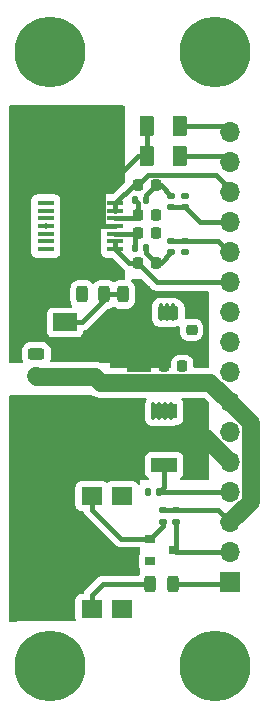
<source format=gtl>
G04 #@! TF.GenerationSoftware,KiCad,Pcbnew,6.0.2+dfsg-1*
G04 #@! TF.CreationDate,2022-07-08T08:01:06-07:00*
G04 #@! TF.ProjectId,behavior_panel,62656861-7669-46f7-925f-70616e656c2e,rev?*
G04 #@! TF.SameCoordinates,Original*
G04 #@! TF.FileFunction,Copper,L1,Top*
G04 #@! TF.FilePolarity,Positive*
%FSLAX46Y46*%
G04 Gerber Fmt 4.6, Leading zero omitted, Abs format (unit mm)*
G04 Created by KiCad (PCBNEW 6.0.2+dfsg-1) date 2022-07-08 08:01:06*
%MOMM*%
%LPD*%
G01*
G04 APERTURE LIST*
G04 Aperture macros list*
%AMRoundRect*
0 Rectangle with rounded corners*
0 $1 Rounding radius*
0 $2 $3 $4 $5 $6 $7 $8 $9 X,Y pos of 4 corners*
0 Add a 4 corners polygon primitive as box body*
4,1,4,$2,$3,$4,$5,$6,$7,$8,$9,$2,$3,0*
0 Add four circle primitives for the rounded corners*
1,1,$1+$1,$2,$3*
1,1,$1+$1,$4,$5*
1,1,$1+$1,$6,$7*
1,1,$1+$1,$8,$9*
0 Add four rect primitives between the rounded corners*
20,1,$1+$1,$2,$3,$4,$5,0*
20,1,$1+$1,$4,$5,$6,$7,0*
20,1,$1+$1,$6,$7,$8,$9,0*
20,1,$1+$1,$8,$9,$2,$3,0*%
G04 Aperture macros list end*
G04 #@! TA.AperFunction,SMDPad,CuDef*
%ADD10RoundRect,0.218750X-0.218750X-0.256250X0.218750X-0.256250X0.218750X0.256250X-0.218750X0.256250X0*%
G04 #@! TD*
G04 #@! TA.AperFunction,SMDPad,CuDef*
%ADD11RoundRect,0.147500X-0.172500X0.147500X-0.172500X-0.147500X0.172500X-0.147500X0.172500X0.147500X0*%
G04 #@! TD*
G04 #@! TA.AperFunction,SMDPad,CuDef*
%ADD12RoundRect,0.147500X-0.147500X-0.172500X0.147500X-0.172500X0.147500X0.172500X-0.147500X0.172500X0*%
G04 #@! TD*
G04 #@! TA.AperFunction,SMDPad,CuDef*
%ADD13RoundRect,0.147500X0.172500X-0.147500X0.172500X0.147500X-0.172500X0.147500X-0.172500X-0.147500X0*%
G04 #@! TD*
G04 #@! TA.AperFunction,SMDPad,CuDef*
%ADD14RoundRect,0.218750X0.218750X0.256250X-0.218750X0.256250X-0.218750X-0.256250X0.218750X-0.256250X0*%
G04 #@! TD*
G04 #@! TA.AperFunction,SMDPad,CuDef*
%ADD15RoundRect,0.243750X0.243750X0.456250X-0.243750X0.456250X-0.243750X-0.456250X0.243750X-0.456250X0*%
G04 #@! TD*
G04 #@! TA.AperFunction,SMDPad,CuDef*
%ADD16R,2.000000X1.500000*%
G04 #@! TD*
G04 #@! TA.AperFunction,SMDPad,CuDef*
%ADD17R,2.000000X3.800000*%
G04 #@! TD*
G04 #@! TA.AperFunction,SMDPad,CuDef*
%ADD18RoundRect,0.250000X-0.625000X0.375000X-0.625000X-0.375000X0.625000X-0.375000X0.625000X0.375000X0*%
G04 #@! TD*
G04 #@! TA.AperFunction,SMDPad,CuDef*
%ADD19RoundRect,0.147500X0.147500X0.172500X-0.147500X0.172500X-0.147500X-0.172500X0.147500X-0.172500X0*%
G04 #@! TD*
G04 #@! TA.AperFunction,ComponentPad*
%ADD20C,6.000000*%
G04 #@! TD*
G04 #@! TA.AperFunction,SMDPad,CuDef*
%ADD21RoundRect,0.243750X0.456250X-0.243750X0.456250X0.243750X-0.456250X0.243750X-0.456250X-0.243750X0*%
G04 #@! TD*
G04 #@! TA.AperFunction,SMDPad,CuDef*
%ADD22R,1.450000X0.450000*%
G04 #@! TD*
G04 #@! TA.AperFunction,SMDPad,CuDef*
%ADD23RoundRect,0.250000X-0.375000X-0.625000X0.375000X-0.625000X0.375000X0.625000X-0.375000X0.625000X0*%
G04 #@! TD*
G04 #@! TA.AperFunction,ComponentPad*
%ADD24R,1.700000X1.700000*%
G04 #@! TD*
G04 #@! TA.AperFunction,ComponentPad*
%ADD25O,1.700000X1.700000*%
G04 #@! TD*
G04 #@! TA.AperFunction,SMDPad,CuDef*
%ADD26R,1.780000X1.500000*%
G04 #@! TD*
G04 #@! TA.AperFunction,SMDPad,CuDef*
%ADD27R,0.900000X0.800000*%
G04 #@! TD*
G04 #@! TA.AperFunction,SMDPad,CuDef*
%ADD28R,2.200000X1.200000*%
G04 #@! TD*
G04 #@! TA.AperFunction,SMDPad,CuDef*
%ADD29R,6.400000X5.800000*%
G04 #@! TD*
G04 #@! TA.AperFunction,SMDPad,CuDef*
%ADD30RoundRect,0.218750X0.256250X-0.218750X0.256250X0.218750X-0.256250X0.218750X-0.256250X-0.218750X0*%
G04 #@! TD*
G04 #@! TA.AperFunction,ViaPad*
%ADD31C,0.457200*%
G04 #@! TD*
G04 #@! TA.AperFunction,Conductor*
%ADD32C,0.400000*%
G04 #@! TD*
G04 #@! TA.AperFunction,Conductor*
%ADD33C,1.500000*%
G04 #@! TD*
G04 APERTURE END LIST*
D10*
X134442000Y-58293000D03*
X136017000Y-58293000D03*
X134429500Y-60833000D03*
X136004500Y-60833000D03*
D11*
X138430000Y-55164000D03*
X138430000Y-56134000D03*
X137287000Y-55141000D03*
X137287000Y-56111000D03*
D12*
X134175500Y-59563000D03*
X135145500Y-59563000D03*
X134198500Y-55499000D03*
X135168500Y-55499000D03*
D13*
X137287000Y-59921000D03*
X137287000Y-58951000D03*
D14*
X138201400Y-69596000D03*
X136626400Y-69596000D03*
D15*
X131605500Y-63500000D03*
X129730500Y-63500000D03*
D16*
X128282300Y-65873600D03*
X128282300Y-68173600D03*
D17*
X134582300Y-68173600D03*
D16*
X128282300Y-70473600D03*
D18*
X137033000Y-65081500D03*
X137033000Y-67881500D03*
D15*
X135064500Y-63500000D03*
X133189500Y-63500000D03*
D19*
X136263000Y-80264000D03*
X135293000Y-80264000D03*
D20*
X127000000Y-43000000D03*
X141000000Y-43000000D03*
X127000000Y-95000000D03*
X141000000Y-95000000D03*
D13*
X138430000Y-59921000D03*
X138430000Y-58951000D03*
D21*
X125857000Y-70421500D03*
X125857000Y-68546500D03*
D22*
X132544400Y-59671500D03*
X132544400Y-59021500D03*
X132544400Y-58371500D03*
X132544400Y-57721500D03*
X132544400Y-57071500D03*
X132544400Y-56421500D03*
X132544400Y-55771500D03*
X126644400Y-55771500D03*
X126644400Y-56421500D03*
X126644400Y-57071500D03*
X126644400Y-57721500D03*
X126644400Y-58371500D03*
X126644400Y-59021500D03*
X126644400Y-59671500D03*
D23*
X135185500Y-49212500D03*
X137985500Y-49212500D03*
D10*
X134429500Y-54229000D03*
X136004500Y-54229000D03*
X134442100Y-56769000D03*
X136017100Y-56769000D03*
D23*
X135185500Y-51752500D03*
X137985500Y-51752500D03*
D24*
X142240000Y-87884000D03*
D25*
X142240000Y-85344000D03*
X142240000Y-82804000D03*
X142240000Y-80264000D03*
X142240000Y-77724000D03*
X142240000Y-75184000D03*
X142240000Y-72644000D03*
X142240000Y-70104000D03*
X142240000Y-67564000D03*
X142240000Y-65024000D03*
X142240000Y-62484000D03*
X142240000Y-59944000D03*
X142240000Y-57404000D03*
X142240000Y-54864000D03*
X142240000Y-52324000D03*
X142240000Y-49784000D03*
D13*
X136575800Y-82730200D03*
X136575800Y-81760200D03*
D15*
X137386300Y-88036400D03*
X135511300Y-88036400D03*
D13*
X137668000Y-82730200D03*
X137668000Y-81760200D03*
D26*
X130556000Y-90109000D03*
X133096000Y-90109000D03*
X133096000Y-80579000D03*
X130556000Y-80579000D03*
D27*
X135499600Y-84190800D03*
X135499600Y-86090800D03*
X137499600Y-85140800D03*
D28*
X136689500Y-77971000D03*
D29*
X130389500Y-75691000D03*
D28*
X136689500Y-73411000D03*
D30*
X138988800Y-68072100D03*
X138988800Y-66497100D03*
D31*
X137287000Y-73914000D03*
X137414000Y-65532000D03*
X136906000Y-65532000D03*
X135763000Y-73406000D03*
X137414000Y-65024000D03*
X136779000Y-73406000D03*
X138201400Y-69596000D03*
X133096000Y-90109000D03*
X136398000Y-65024000D03*
X136017100Y-56769000D03*
X125857000Y-68546500D03*
X136779000Y-73914000D03*
X136271000Y-72898000D03*
X129730500Y-63500000D03*
X136398000Y-65532000D03*
X137287000Y-72898000D03*
X135763000Y-73914000D03*
X133096000Y-80579000D03*
X135293000Y-80264000D03*
X138988800Y-66497100D03*
X137287000Y-73406000D03*
X135499600Y-86090800D03*
X136398000Y-64516000D03*
X126644400Y-57721500D03*
X136017000Y-58293000D03*
X136906000Y-65024000D03*
X136906000Y-64516000D03*
X135763000Y-72898000D03*
X136271000Y-73914000D03*
X137414000Y-64516000D03*
X136779000Y-72898000D03*
X136271000Y-73406000D03*
X135185500Y-51752500D03*
X138430000Y-59921000D03*
X138430000Y-55164000D03*
D32*
X134139600Y-57071500D02*
X134442100Y-56769000D01*
X132544400Y-57071500D02*
X134139600Y-57071500D01*
X134442100Y-56769000D02*
X134442100Y-55742600D01*
X134442100Y-55742600D02*
X134198500Y-55499000D01*
X135145500Y-59563000D02*
X135145500Y-59974000D01*
X135145500Y-59974000D02*
X136004500Y-60833000D01*
X136004500Y-60833000D02*
X136375000Y-60833000D01*
X136375000Y-60833000D02*
X137287000Y-59921000D01*
X134175500Y-58559500D02*
X134442000Y-58293000D01*
X134363500Y-58371500D02*
X134442000Y-58293000D01*
X134175500Y-59563000D02*
X134175500Y-58559500D01*
X132544400Y-58371500D02*
X134363500Y-58371500D01*
X136080500Y-62484000D02*
X142240000Y-62484000D01*
X132544400Y-59021500D02*
X132544400Y-59671500D01*
X134429500Y-60833000D02*
X136080500Y-62484000D01*
X134429500Y-60833000D02*
X133705900Y-60833000D01*
X133705900Y-60833000D02*
X132544400Y-59671500D01*
X132544400Y-56421500D02*
X132544400Y-55771500D01*
X135264510Y-53393990D02*
X141023990Y-53393990D01*
X134429500Y-54229000D02*
X135264510Y-53393990D01*
X134429500Y-54229000D02*
X134086900Y-54229000D01*
X134086900Y-54229000D02*
X132544400Y-55771500D01*
X141023990Y-53393990D02*
X141986000Y-54356000D01*
X136004500Y-54229000D02*
X136375000Y-54229000D01*
X136375000Y-54229000D02*
X137287000Y-55141000D01*
X135168500Y-55065000D02*
X136004500Y-54229000D01*
X135168500Y-55499000D02*
X135168500Y-55065000D01*
X137985500Y-49212500D02*
X141668500Y-49212500D01*
X141668500Y-49212500D02*
X142240000Y-49784000D01*
X141668500Y-51752500D02*
X142240000Y-52324000D01*
X137985500Y-51752500D02*
X141668500Y-51752500D01*
X138407000Y-56111000D02*
X138430000Y-56134000D01*
X137287000Y-56111000D02*
X138407000Y-56111000D01*
X139700000Y-57404000D02*
X138430000Y-56134000D01*
X142240000Y-57404000D02*
X139700000Y-57404000D01*
X141247000Y-58951000D02*
X142240000Y-59944000D01*
X137287000Y-58951000D02*
X138430000Y-58951000D01*
X138430000Y-58951000D02*
X141247000Y-58951000D01*
X135499600Y-84190800D02*
X133017800Y-84190800D01*
X130556000Y-81729000D02*
X130556000Y-80579000D01*
X133017800Y-84190800D02*
X130556000Y-81729000D01*
X136575800Y-82730200D02*
X136575800Y-83114600D01*
X136575800Y-83114600D02*
X135499600Y-84190800D01*
X129682300Y-65873600D02*
X131605500Y-63950400D01*
X128282300Y-65873600D02*
X129682300Y-65873600D01*
X131605500Y-63950400D02*
X131605500Y-63500000D01*
X131605500Y-63500000D02*
X133189500Y-63500000D01*
X135941000Y-56718000D02*
X135763000Y-56896000D01*
D33*
X128282300Y-70473600D02*
X125909100Y-70473600D01*
X140579601Y-70983601D02*
X131292301Y-70983601D01*
X125909100Y-70473600D02*
X125857000Y-70421500D01*
D32*
X137668000Y-81760200D02*
X141196200Y-81760200D01*
D33*
X142240000Y-72644000D02*
X140579601Y-70983601D01*
D32*
X141196200Y-81760200D02*
X142240000Y-82804000D01*
D33*
X130782300Y-70473600D02*
X128282300Y-70473600D01*
D32*
X136575800Y-81760200D02*
X137668000Y-81760200D01*
D33*
X131292301Y-70983601D02*
X130782300Y-70473600D01*
X142240000Y-82804000D02*
X144000001Y-81043999D01*
X144000001Y-81043999D02*
X144000001Y-74404001D01*
X144000001Y-74404001D02*
X142240000Y-72644000D01*
D32*
X131596398Y-57721500D02*
X132544400Y-57721500D01*
X132544400Y-57721500D02*
X131419400Y-57721500D01*
X135185500Y-51752500D02*
X134460500Y-51752500D01*
X134460500Y-51752500D02*
X131459399Y-54753601D01*
X135185500Y-49212500D02*
X135185500Y-51752500D01*
X131459399Y-57584501D02*
X131596398Y-57721500D01*
X131459399Y-54753601D02*
X131459399Y-57584501D01*
X131419400Y-57721500D02*
X131355900Y-57658000D01*
X131355900Y-57658000D02*
X130302000Y-57658000D01*
X131478600Y-88036400D02*
X130556000Y-88959000D01*
X135511300Y-88036400D02*
X131478600Y-88036400D01*
X130556000Y-88959000D02*
X130556000Y-90109000D01*
X137702800Y-85344000D02*
X137499600Y-85140800D01*
X137668000Y-84972400D02*
X137499600Y-85140800D01*
X137668000Y-82730200D02*
X137668000Y-84972400D01*
X142240000Y-85344000D02*
X137702800Y-85344000D01*
D33*
X140207000Y-75691000D02*
X130389500Y-75691000D01*
X142240000Y-77724000D02*
X140207000Y-75691000D01*
D32*
X136689500Y-77971000D02*
X136689500Y-79837500D01*
X136689500Y-79837500D02*
X136263000Y-80264000D01*
X142240000Y-80264000D02*
X136263000Y-80264000D01*
X142087600Y-88036400D02*
X142240000Y-87884000D01*
X137386300Y-88036400D02*
X142087600Y-88036400D01*
G04 #@! TA.AperFunction,Conductor*
G36*
X130578794Y-72025552D02*
G01*
X130643519Y-72062470D01*
X130648049Y-72065180D01*
X130718645Y-72109465D01*
X130723849Y-72111557D01*
X130735284Y-72116154D01*
X130750714Y-72123613D01*
X130761420Y-72129720D01*
X130761429Y-72129724D01*
X130766294Y-72132499D01*
X130771579Y-72134370D01*
X130771580Y-72134371D01*
X130795189Y-72142731D01*
X130844839Y-72160313D01*
X130849751Y-72162169D01*
X130927084Y-72193257D01*
X130944662Y-72196897D01*
X130961155Y-72201503D01*
X130978060Y-72207489D01*
X130983594Y-72208395D01*
X130983597Y-72208396D01*
X131060278Y-72220953D01*
X131065450Y-72221912D01*
X131147068Y-72238814D01*
X131162699Y-72239715D01*
X131174864Y-72240417D01*
X131187970Y-72241864D01*
X131194215Y-72242887D01*
X131194222Y-72242888D01*
X131199758Y-72243794D01*
X131205372Y-72243706D01*
X131205374Y-72243706D01*
X131306531Y-72242117D01*
X131308510Y-72242101D01*
X135077639Y-72242101D01*
X135145760Y-72262103D01*
X135192253Y-72315759D01*
X135202357Y-72386033D01*
X135183551Y-72436356D01*
X135160250Y-72472512D01*
X135098593Y-72568186D01*
X135096184Y-72574806D01*
X135096183Y-72574807D01*
X135051740Y-72696914D01*
X135042034Y-72723580D01*
X135021308Y-72887643D01*
X135037445Y-73052221D01*
X135056960Y-73110885D01*
X135059483Y-73181835D01*
X135055807Y-73193740D01*
X135042034Y-73231580D01*
X135021308Y-73395643D01*
X135037445Y-73560221D01*
X135056960Y-73618885D01*
X135059483Y-73689835D01*
X135055807Y-73701740D01*
X135042034Y-73739580D01*
X135021308Y-73903643D01*
X135037445Y-74068221D01*
X135089643Y-74225134D01*
X135093290Y-74231156D01*
X135093291Y-74231158D01*
X135113721Y-74264891D01*
X135175308Y-74366584D01*
X135180197Y-74371647D01*
X135180198Y-74371648D01*
X135187918Y-74379642D01*
X135290182Y-74485539D01*
X135296074Y-74489394D01*
X135296078Y-74489398D01*
X135375629Y-74541454D01*
X135428555Y-74576088D01*
X135583551Y-74633730D01*
X135590532Y-74634661D01*
X135590534Y-74634662D01*
X135740485Y-74654670D01*
X135740489Y-74654670D01*
X135747466Y-74655601D01*
X135754478Y-74654963D01*
X135754481Y-74654963D01*
X135905134Y-74641253D01*
X135905137Y-74641252D01*
X135912152Y-74640614D01*
X135976047Y-74619853D01*
X136047014Y-74617825D01*
X136058904Y-74621589D01*
X136084946Y-74631274D01*
X136084949Y-74631275D01*
X136091551Y-74633730D01*
X136098532Y-74634661D01*
X136098534Y-74634662D01*
X136248485Y-74654670D01*
X136248489Y-74654670D01*
X136255466Y-74655601D01*
X136262478Y-74654963D01*
X136262481Y-74654963D01*
X136413134Y-74641253D01*
X136413137Y-74641252D01*
X136420152Y-74640614D01*
X136484047Y-74619853D01*
X136555014Y-74617825D01*
X136566904Y-74621589D01*
X136592946Y-74631274D01*
X136592949Y-74631275D01*
X136599551Y-74633730D01*
X136606532Y-74634661D01*
X136606534Y-74634662D01*
X136756485Y-74654670D01*
X136756489Y-74654670D01*
X136763466Y-74655601D01*
X136770478Y-74654963D01*
X136770481Y-74654963D01*
X136921134Y-74641253D01*
X136921137Y-74641252D01*
X136928152Y-74640614D01*
X136992047Y-74619853D01*
X137063014Y-74617825D01*
X137074904Y-74621589D01*
X137100946Y-74631274D01*
X137100949Y-74631275D01*
X137107551Y-74633730D01*
X137114532Y-74634661D01*
X137114534Y-74634662D01*
X137264485Y-74654670D01*
X137264489Y-74654670D01*
X137271466Y-74655601D01*
X137278478Y-74654963D01*
X137278481Y-74654963D01*
X137429134Y-74641253D01*
X137429137Y-74641252D01*
X137436152Y-74640614D01*
X137464897Y-74631274D01*
X137586730Y-74591688D01*
X137586732Y-74591687D01*
X137593426Y-74589512D01*
X137681061Y-74537271D01*
X137745579Y-74519500D01*
X137837634Y-74519500D01*
X137899816Y-74512745D01*
X138036205Y-74461615D01*
X138152761Y-74374261D01*
X138240115Y-74257705D01*
X138291245Y-74121316D01*
X138298000Y-74059134D01*
X138298000Y-72762866D01*
X138291245Y-72700684D01*
X138240115Y-72564295D01*
X138152761Y-72447739D01*
X138154531Y-72446413D01*
X138126393Y-72394884D01*
X138131458Y-72324069D01*
X138174005Y-72267233D01*
X138240525Y-72242422D01*
X138249514Y-72242101D01*
X140006124Y-72242101D01*
X140074245Y-72262103D01*
X140095219Y-72279006D01*
X140425095Y-72608882D01*
X140459121Y-72671194D01*
X140462000Y-72697977D01*
X140462000Y-79096600D01*
X140441998Y-79164721D01*
X140388342Y-79211214D01*
X140336000Y-79222600D01*
X138146250Y-79222600D01*
X138078129Y-79202598D01*
X138031636Y-79148942D01*
X138021532Y-79078668D01*
X138051026Y-79014088D01*
X138070685Y-78995774D01*
X138145580Y-78939643D01*
X138145581Y-78939642D01*
X138152761Y-78934261D01*
X138240115Y-78817705D01*
X138291245Y-78681316D01*
X138298000Y-78619134D01*
X138298000Y-77322866D01*
X138291245Y-77260684D01*
X138240115Y-77124295D01*
X138152761Y-77007739D01*
X138036205Y-76920385D01*
X137899816Y-76869255D01*
X137837634Y-76862500D01*
X135541366Y-76862500D01*
X135479184Y-76869255D01*
X135342795Y-76920385D01*
X135226239Y-77007739D01*
X135138885Y-77124295D01*
X135087755Y-77260684D01*
X135081000Y-77322866D01*
X135081000Y-78619134D01*
X135087755Y-78681316D01*
X135138885Y-78817705D01*
X135226239Y-78934261D01*
X135233419Y-78939642D01*
X135233420Y-78939643D01*
X135308315Y-78995774D01*
X135350830Y-79052634D01*
X135355856Y-79123452D01*
X135321796Y-79185745D01*
X135259464Y-79219735D01*
X135232750Y-79222600D01*
X134645400Y-79222600D01*
X134645400Y-79482658D01*
X134625398Y-79550779D01*
X134571742Y-79597272D01*
X134501468Y-79607376D01*
X134436888Y-79577882D01*
X134418574Y-79558223D01*
X134366000Y-79488074D01*
X134349261Y-79465739D01*
X134232705Y-79378385D01*
X134096316Y-79327255D01*
X134034134Y-79320500D01*
X132157866Y-79320500D01*
X132095684Y-79327255D01*
X131959295Y-79378385D01*
X131952110Y-79383770D01*
X131952108Y-79383771D01*
X131901565Y-79421651D01*
X131835058Y-79446499D01*
X131765676Y-79431446D01*
X131750435Y-79421651D01*
X131699892Y-79383771D01*
X131699890Y-79383770D01*
X131692705Y-79378385D01*
X131556316Y-79327255D01*
X131494134Y-79320500D01*
X129617866Y-79320500D01*
X129555684Y-79327255D01*
X129419295Y-79378385D01*
X129302739Y-79465739D01*
X129215385Y-79582295D01*
X129164255Y-79718684D01*
X129157500Y-79780866D01*
X129157500Y-81377134D01*
X129164255Y-81439316D01*
X129215385Y-81575705D01*
X129302739Y-81692261D01*
X129419295Y-81779615D01*
X129555684Y-81830745D01*
X129617866Y-81837500D01*
X129750612Y-81837500D01*
X129818733Y-81857502D01*
X129865226Y-81911158D01*
X129871234Y-81927082D01*
X129871451Y-81927801D01*
X129872757Y-81935284D01*
X129875809Y-81942236D01*
X129875810Y-81942240D01*
X129898442Y-81993795D01*
X129900933Y-81999899D01*
X129923513Y-82059656D01*
X129927817Y-82065919D01*
X129929054Y-82068285D01*
X129937299Y-82083097D01*
X129938632Y-82085351D01*
X129941685Y-82092305D01*
X129946307Y-82098328D01*
X129980579Y-82142991D01*
X129984459Y-82148332D01*
X130016339Y-82194720D01*
X130016344Y-82194725D01*
X130020643Y-82200981D01*
X130026313Y-82206032D01*
X130026314Y-82206034D01*
X130067170Y-82242435D01*
X130072446Y-82247416D01*
X132496350Y-84671320D01*
X132502204Y-84677585D01*
X132540239Y-84721185D01*
X132546453Y-84725552D01*
X132592519Y-84757928D01*
X132597814Y-84761861D01*
X132648082Y-84801276D01*
X132654998Y-84804399D01*
X132657284Y-84805783D01*
X132671965Y-84814157D01*
X132674325Y-84815422D01*
X132680539Y-84819790D01*
X132687618Y-84822550D01*
X132687620Y-84822551D01*
X132740075Y-84843002D01*
X132746144Y-84845553D01*
X132804373Y-84871845D01*
X132811840Y-84873229D01*
X132814395Y-84874030D01*
X132830648Y-84878659D01*
X132833228Y-84879322D01*
X132840309Y-84882082D01*
X132847840Y-84883073D01*
X132847842Y-84883074D01*
X132877461Y-84886973D01*
X132903661Y-84890422D01*
X132910159Y-84891452D01*
X132972986Y-84903096D01*
X132980566Y-84902659D01*
X132980567Y-84902659D01*
X133035192Y-84899509D01*
X133042446Y-84899300D01*
X134519400Y-84899300D01*
X134587521Y-84919302D01*
X134634014Y-84972958D01*
X134645400Y-85025300D01*
X134645400Y-85340188D01*
X134625398Y-85408309D01*
X134620226Y-85415753D01*
X134598985Y-85444095D01*
X134547855Y-85580484D01*
X134541100Y-85642666D01*
X134541100Y-86538934D01*
X134547855Y-86601116D01*
X134598985Y-86737505D01*
X134604370Y-86744690D01*
X134604371Y-86744692D01*
X134620226Y-86765847D01*
X134645074Y-86832354D01*
X134645400Y-86841412D01*
X134645400Y-87120106D01*
X134626660Y-87186222D01*
X134581139Y-87260071D01*
X134580424Y-87259631D01*
X134537450Y-87308436D01*
X134470174Y-87327900D01*
X131507511Y-87327900D01*
X131498942Y-87327608D01*
X131448823Y-87324191D01*
X131448819Y-87324191D01*
X131441247Y-87323675D01*
X131378285Y-87334664D01*
X131371795Y-87335621D01*
X131308358Y-87343298D01*
X131301249Y-87345984D01*
X131298678Y-87346616D01*
X131282372Y-87351076D01*
X131279804Y-87351851D01*
X131272316Y-87353158D01*
X131237322Y-87368519D01*
X131213812Y-87378839D01*
X131207705Y-87381331D01*
X131155052Y-87401227D01*
X131147944Y-87403913D01*
X131141683Y-87408216D01*
X131139317Y-87409453D01*
X131124537Y-87417680D01*
X131122252Y-87419031D01*
X131115295Y-87422085D01*
X131109275Y-87426705D01*
X131109269Y-87426708D01*
X131078142Y-87450594D01*
X131064598Y-87460987D01*
X131059268Y-87464859D01*
X131012880Y-87496739D01*
X131012875Y-87496744D01*
X131006619Y-87501043D01*
X131001568Y-87506713D01*
X131001566Y-87506714D01*
X130965165Y-87547570D01*
X130960184Y-87552846D01*
X130075480Y-88437550D01*
X130069215Y-88443404D01*
X130025615Y-88481439D01*
X130021248Y-88487653D01*
X129988872Y-88533719D01*
X129984939Y-88539014D01*
X129945524Y-88589282D01*
X129942401Y-88596198D01*
X129941017Y-88598484D01*
X129932643Y-88613165D01*
X129931378Y-88615525D01*
X129927010Y-88621739D01*
X129924250Y-88628818D01*
X129924249Y-88628820D01*
X129903798Y-88681275D01*
X129901247Y-88687344D01*
X129874955Y-88745573D01*
X129873571Y-88753041D01*
X129871298Y-88760292D01*
X129868546Y-88759430D01*
X129842508Y-88810813D01*
X129781272Y-88846738D01*
X129750714Y-88850500D01*
X129617866Y-88850500D01*
X129555684Y-88857255D01*
X129419295Y-88908385D01*
X129302739Y-88995739D01*
X129215385Y-89112295D01*
X129164255Y-89248684D01*
X129157500Y-89310866D01*
X129157500Y-90907134D01*
X129164255Y-90969316D01*
X129167029Y-90976715D01*
X129181670Y-91015770D01*
X129186853Y-91086577D01*
X129152932Y-91148946D01*
X129090677Y-91183076D01*
X129063688Y-91186000D01*
X124714000Y-91186000D01*
X124713411Y-91186011D01*
X124713378Y-91186011D01*
X123636290Y-91205594D01*
X123567817Y-91186834D01*
X123520357Y-91134032D01*
X123508000Y-91079615D01*
X123508000Y-72135000D01*
X123528002Y-72066879D01*
X123581658Y-72020386D01*
X123634000Y-72009000D01*
X130516367Y-72009000D01*
X130578794Y-72025552D01*
G37*
G04 #@! TD.AperFunction*
G04 #@! TA.AperFunction,Conductor*
G36*
X133292121Y-47518002D02*
G01*
X133338614Y-47571658D01*
X133350000Y-47624000D01*
X133350000Y-53911740D01*
X133329998Y-53979861D01*
X133313095Y-54000835D01*
X132312835Y-55001095D01*
X132250523Y-55035121D01*
X132223740Y-55038000D01*
X131771266Y-55038000D01*
X131709084Y-55044755D01*
X131572695Y-55095885D01*
X131456139Y-55183239D01*
X131368785Y-55299795D01*
X131317655Y-55436184D01*
X131310900Y-55498366D01*
X131310900Y-56044634D01*
X131311269Y-56048029D01*
X131311269Y-56048033D01*
X131315056Y-56082893D01*
X131315056Y-56110106D01*
X131310900Y-56148366D01*
X131310900Y-56694634D01*
X131311269Y-56698029D01*
X131311269Y-56698033D01*
X131315056Y-56732893D01*
X131315056Y-56760106D01*
X131310900Y-56798366D01*
X131310900Y-57344634D01*
X131317655Y-57406816D01*
X131368785Y-57543205D01*
X131397819Y-57581945D01*
X131445777Y-57645935D01*
X131470625Y-57712441D01*
X131455572Y-57781824D01*
X131445777Y-57797065D01*
X131368785Y-57899795D01*
X131317655Y-58036184D01*
X131310900Y-58098366D01*
X131310900Y-58644634D01*
X131311269Y-58648029D01*
X131311269Y-58648033D01*
X131315056Y-58682893D01*
X131315056Y-58710106D01*
X131310900Y-58748366D01*
X131310900Y-59294634D01*
X131311269Y-59298029D01*
X131311269Y-59298033D01*
X131315056Y-59332893D01*
X131315056Y-59360106D01*
X131310900Y-59398366D01*
X131310900Y-59944634D01*
X131317655Y-60006816D01*
X131368785Y-60143205D01*
X131456139Y-60259761D01*
X131572695Y-60347115D01*
X131709084Y-60398245D01*
X131771266Y-60405000D01*
X132223740Y-60405000D01*
X132291861Y-60425002D01*
X132312835Y-60441905D01*
X133184450Y-61313520D01*
X133190304Y-61319785D01*
X133228339Y-61363385D01*
X133234553Y-61367752D01*
X133280619Y-61400128D01*
X133285915Y-61404062D01*
X133301747Y-61416476D01*
X133343011Y-61474249D01*
X133350000Y-61515629D01*
X133350000Y-62165500D01*
X133329998Y-62233621D01*
X133276342Y-62280114D01*
X133224000Y-62291500D01*
X132903084Y-62291501D01*
X132895770Y-62291501D01*
X132790871Y-62302384D01*
X132784340Y-62304563D01*
X132784335Y-62304564D01*
X132636189Y-62353990D01*
X132624474Y-62357898D01*
X132475311Y-62450203D01*
X132473796Y-62451721D01*
X132409960Y-62477562D01*
X132340195Y-62464393D01*
X132321996Y-62452720D01*
X132318653Y-62449383D01*
X132312422Y-62445542D01*
X132312418Y-62445539D01*
X132233618Y-62396967D01*
X132169329Y-62357339D01*
X132162380Y-62355034D01*
X132009366Y-62304281D01*
X132009364Y-62304281D01*
X132002835Y-62302115D01*
X131899231Y-62291500D01*
X131607766Y-62291500D01*
X131311770Y-62291501D01*
X131206871Y-62302384D01*
X131200340Y-62304563D01*
X131200335Y-62304564D01*
X131052189Y-62353990D01*
X131040474Y-62357898D01*
X130891311Y-62450203D01*
X130767383Y-62574347D01*
X130765581Y-62577270D01*
X130708971Y-62617408D01*
X130638048Y-62620642D01*
X130576636Y-62585018D01*
X130571084Y-62578622D01*
X130567797Y-62573311D01*
X130443653Y-62449383D01*
X130294329Y-62357339D01*
X130287380Y-62355034D01*
X130134366Y-62304281D01*
X130134364Y-62304281D01*
X130127835Y-62302115D01*
X130024231Y-62291500D01*
X129732766Y-62291500D01*
X129436770Y-62291501D01*
X129331871Y-62302384D01*
X129325340Y-62304563D01*
X129325335Y-62304564D01*
X129177189Y-62353990D01*
X129165474Y-62357898D01*
X129016311Y-62450203D01*
X128892383Y-62574347D01*
X128800339Y-62723671D01*
X128745115Y-62890165D01*
X128734500Y-62993769D01*
X128734501Y-64006230D01*
X128745384Y-64111129D01*
X128747563Y-64117660D01*
X128747564Y-64117665D01*
X128784034Y-64226979D01*
X128800898Y-64277526D01*
X128870191Y-64389502D01*
X128890795Y-64422797D01*
X128909633Y-64491249D01*
X128888472Y-64559018D01*
X128834031Y-64604590D01*
X128783651Y-64615100D01*
X127234166Y-64615100D01*
X127171984Y-64621855D01*
X127035595Y-64672985D01*
X126919039Y-64760339D01*
X126831685Y-64876895D01*
X126780555Y-65013284D01*
X126773800Y-65075466D01*
X126773800Y-66671734D01*
X126780555Y-66733916D01*
X126831685Y-66870305D01*
X126919039Y-66986861D01*
X127035595Y-67074215D01*
X127171984Y-67125345D01*
X127234166Y-67132100D01*
X129330434Y-67132100D01*
X129392616Y-67125345D01*
X129529005Y-67074215D01*
X129645561Y-66986861D01*
X129732915Y-66870305D01*
X129784045Y-66733916D01*
X129790800Y-66671734D01*
X129790800Y-66671681D01*
X129814247Y-66605349D01*
X129870342Y-66561829D01*
X129879980Y-66558488D01*
X129881106Y-66558148D01*
X129888584Y-66556843D01*
X129895533Y-66553792D01*
X129895538Y-66553791D01*
X129947095Y-66531158D01*
X129953204Y-66528665D01*
X130005848Y-66508773D01*
X130005849Y-66508772D01*
X130012956Y-66506087D01*
X130019219Y-66501783D01*
X130021585Y-66500546D01*
X130036397Y-66492301D01*
X130038651Y-66490968D01*
X130045605Y-66487915D01*
X130096302Y-66449013D01*
X130101632Y-66445141D01*
X130148020Y-66413261D01*
X130148025Y-66413256D01*
X130154281Y-66408957D01*
X130195736Y-66362429D01*
X130200716Y-66357154D01*
X131050970Y-65506900D01*
X135649500Y-65506900D01*
X135660474Y-65612666D01*
X135662655Y-65619202D01*
X135662656Y-65619208D01*
X135662724Y-65619412D01*
X135668598Y-65646987D01*
X135672445Y-65686221D01*
X135724643Y-65843134D01*
X135728290Y-65849156D01*
X135728291Y-65849158D01*
X135800114Y-65967751D01*
X135810308Y-65984584D01*
X135925182Y-66103539D01*
X135931074Y-66107394D01*
X135931078Y-66107398D01*
X135993202Y-66148050D01*
X136063555Y-66194088D01*
X136218551Y-66251730D01*
X136225532Y-66252661D01*
X136225534Y-66252662D01*
X136375485Y-66272670D01*
X136375489Y-66272670D01*
X136382466Y-66273601D01*
X136389478Y-66272963D01*
X136389481Y-66272963D01*
X136540134Y-66259253D01*
X136540137Y-66259252D01*
X136547152Y-66258614D01*
X136611047Y-66237853D01*
X136682014Y-66235825D01*
X136693904Y-66239589D01*
X136719946Y-66249274D01*
X136719949Y-66249275D01*
X136726551Y-66251730D01*
X136733532Y-66252661D01*
X136733534Y-66252662D01*
X136883485Y-66272670D01*
X136883489Y-66272670D01*
X136890466Y-66273601D01*
X136897478Y-66272963D01*
X136897481Y-66272963D01*
X137048134Y-66259253D01*
X137048137Y-66259252D01*
X137055152Y-66258614D01*
X137119047Y-66237853D01*
X137190014Y-66235825D01*
X137201904Y-66239589D01*
X137227946Y-66249274D01*
X137227949Y-66249275D01*
X137234551Y-66251730D01*
X137241532Y-66252661D01*
X137241534Y-66252662D01*
X137391485Y-66272670D01*
X137391489Y-66272670D01*
X137398466Y-66273601D01*
X137405478Y-66272963D01*
X137405481Y-66272963D01*
X137556131Y-66259253D01*
X137556132Y-66259253D01*
X137563152Y-66258614D01*
X137651130Y-66230028D01*
X137680094Y-66220617D01*
X137708439Y-66215372D01*
X137708400Y-66215000D01*
X137807308Y-66204738D01*
X137807312Y-66204737D01*
X137814166Y-66204026D01*
X137820701Y-66201846D01*
X137820709Y-66201844D01*
X137839423Y-66195600D01*
X137910372Y-66193014D01*
X137971456Y-66229198D01*
X138003282Y-66292661D01*
X138005300Y-66315123D01*
X138005300Y-66764172D01*
X138015822Y-66865582D01*
X138069492Y-67026449D01*
X138158729Y-67170655D01*
X138278747Y-67290464D01*
X138423108Y-67379449D01*
X138430056Y-67381754D01*
X138430057Y-67381754D01*
X138577538Y-67430672D01*
X138577540Y-67430672D01*
X138584069Y-67432838D01*
X138684228Y-67443100D01*
X139293372Y-67443100D01*
X139296618Y-67442763D01*
X139296622Y-67442763D01*
X139330403Y-67439258D01*
X139394782Y-67432578D01*
X139555649Y-67378908D01*
X139699855Y-67289671D01*
X139819664Y-67169653D01*
X139908649Y-67025292D01*
X139962038Y-66864331D01*
X139972300Y-66764172D01*
X139972300Y-66230028D01*
X139961778Y-66128618D01*
X139908108Y-65967751D01*
X139818871Y-65823545D01*
X139698853Y-65703736D01*
X139681284Y-65692906D01*
X139659069Y-65679213D01*
X139554492Y-65614751D01*
X139527542Y-65605812D01*
X139400062Y-65563528D01*
X139400060Y-65563528D01*
X139393531Y-65561362D01*
X139293372Y-65551100D01*
X138684228Y-65551100D01*
X138680982Y-65551437D01*
X138680978Y-65551437D01*
X138647197Y-65554942D01*
X138582818Y-65561622D01*
X138576277Y-65563804D01*
X138569541Y-65565259D01*
X138568895Y-65562266D01*
X138511394Y-65564346D01*
X138450320Y-65528146D01*
X138418512Y-65464674D01*
X138416500Y-65442246D01*
X138416500Y-64656100D01*
X138412947Y-64621855D01*
X138406238Y-64557192D01*
X138406237Y-64557188D01*
X138405526Y-64550334D01*
X138388283Y-64498649D01*
X138351868Y-64389502D01*
X138349550Y-64382554D01*
X138256478Y-64232152D01*
X138131303Y-64107195D01*
X137980738Y-64014385D01*
X137970504Y-64010991D01*
X137967618Y-64009203D01*
X137967157Y-64008988D01*
X137967183Y-64008933D01*
X137920765Y-63980182D01*
X137878792Y-63937915D01*
X137868656Y-63931482D01*
X137824965Y-63903755D01*
X137739168Y-63849307D01*
X137628029Y-63809732D01*
X137590016Y-63796196D01*
X137590014Y-63796195D01*
X137583382Y-63793834D01*
X137576396Y-63793001D01*
X137576392Y-63793000D01*
X137459315Y-63779040D01*
X137419178Y-63774254D01*
X137412176Y-63774990D01*
X137412174Y-63774990D01*
X137365759Y-63779869D01*
X137254717Y-63791540D01*
X137248052Y-63793809D01*
X137248043Y-63793811D01*
X137201278Y-63809732D01*
X137130345Y-63812751D01*
X137118415Y-63809158D01*
X137075382Y-63793834D01*
X137068396Y-63793001D01*
X137068392Y-63793000D01*
X136951315Y-63779040D01*
X136911178Y-63774254D01*
X136904176Y-63774990D01*
X136904174Y-63774990D01*
X136857759Y-63779869D01*
X136746717Y-63791540D01*
X136740052Y-63793809D01*
X136740043Y-63793811D01*
X136693278Y-63809732D01*
X136622345Y-63812751D01*
X136610415Y-63809158D01*
X136567382Y-63793834D01*
X136560396Y-63793001D01*
X136560392Y-63793000D01*
X136443315Y-63779040D01*
X136403178Y-63774254D01*
X136396176Y-63774990D01*
X136396174Y-63774990D01*
X136245717Y-63790804D01*
X136245715Y-63790804D01*
X136238717Y-63791540D01*
X136176410Y-63812751D01*
X136088842Y-63842561D01*
X136088839Y-63842562D01*
X136082172Y-63844832D01*
X135941324Y-63931482D01*
X135823174Y-64047183D01*
X135733593Y-64186186D01*
X135731184Y-64192806D01*
X135731183Y-64192807D01*
X135700348Y-64277526D01*
X135677034Y-64341580D01*
X135656308Y-64505643D01*
X135656996Y-64512660D01*
X135656996Y-64512662D01*
X135659284Y-64535997D01*
X135659230Y-64561135D01*
X135649500Y-64656100D01*
X135649500Y-65506900D01*
X131050970Y-65506900D01*
X131812593Y-64745277D01*
X131874905Y-64711251D01*
X131895172Y-64708541D01*
X131895982Y-64708499D01*
X131899230Y-64708499D01*
X132004129Y-64697616D01*
X132010660Y-64695437D01*
X132010665Y-64695436D01*
X132163578Y-64644420D01*
X132170526Y-64642102D01*
X132319689Y-64549797D01*
X132321204Y-64548279D01*
X132385040Y-64522438D01*
X132454805Y-64535607D01*
X132473004Y-64547280D01*
X132476347Y-64550617D01*
X132482578Y-64554458D01*
X132482582Y-64554461D01*
X132559047Y-64601594D01*
X132625671Y-64642661D01*
X132632619Y-64644966D01*
X132632620Y-64644966D01*
X132785634Y-64695719D01*
X132785636Y-64695719D01*
X132792165Y-64697885D01*
X132895769Y-64708500D01*
X133187234Y-64708500D01*
X133483230Y-64708499D01*
X133588129Y-64697616D01*
X133594660Y-64695437D01*
X133594665Y-64695436D01*
X133747578Y-64644420D01*
X133754526Y-64642102D01*
X133903689Y-64549797D01*
X134027617Y-64425653D01*
X134119661Y-64276329D01*
X134147364Y-64192807D01*
X134172719Y-64116366D01*
X134172719Y-64116364D01*
X134174885Y-64109835D01*
X134185500Y-64006231D01*
X134185499Y-62993770D01*
X134174616Y-62888871D01*
X134172437Y-62882340D01*
X134172436Y-62882335D01*
X134121420Y-62729422D01*
X134119102Y-62722474D01*
X134026797Y-62573311D01*
X133902653Y-62449383D01*
X133903645Y-62448389D01*
X133867186Y-62396967D01*
X133863953Y-62326044D01*
X133899577Y-62264632D01*
X133962747Y-62232229D01*
X133986340Y-62230000D01*
X134772340Y-62230000D01*
X134840461Y-62250002D01*
X134861435Y-62266905D01*
X135559050Y-62964520D01*
X135564904Y-62970785D01*
X135602939Y-63014385D01*
X135609157Y-63018755D01*
X135655197Y-63051112D01*
X135660493Y-63055045D01*
X135710782Y-63094477D01*
X135717704Y-63097602D01*
X135719952Y-63098964D01*
X135734685Y-63107368D01*
X135737024Y-63108622D01*
X135743239Y-63112990D01*
X135750315Y-63115749D01*
X135750319Y-63115751D01*
X135802774Y-63136202D01*
X135808852Y-63138757D01*
X135867074Y-63165045D01*
X135874545Y-63166429D01*
X135877099Y-63167230D01*
X135893378Y-63171867D01*
X135895933Y-63172523D01*
X135903009Y-63175282D01*
X135931462Y-63179028D01*
X135966351Y-63183621D01*
X135972867Y-63184653D01*
X136015206Y-63192500D01*
X136035687Y-63196296D01*
X136043267Y-63195859D01*
X136043268Y-63195859D01*
X136097898Y-63192709D01*
X136105151Y-63192500D01*
X140336000Y-63192500D01*
X140404121Y-63212502D01*
X140450614Y-63266158D01*
X140462000Y-63318500D01*
X140462000Y-69599101D01*
X140441998Y-69667222D01*
X140388342Y-69713715D01*
X140336000Y-69725101D01*
X139273400Y-69725101D01*
X139205279Y-69705099D01*
X139158786Y-69651443D01*
X139147400Y-69599101D01*
X139147400Y-69291428D01*
X139146829Y-69285919D01*
X139141574Y-69235281D01*
X139136878Y-69190018D01*
X139083208Y-69029151D01*
X138993971Y-68884945D01*
X138873953Y-68765136D01*
X138729592Y-68676151D01*
X138722643Y-68673846D01*
X138575162Y-68624928D01*
X138575160Y-68624928D01*
X138568631Y-68622762D01*
X138468472Y-68612500D01*
X137934328Y-68612500D01*
X137931082Y-68612837D01*
X137931078Y-68612837D01*
X137897297Y-68616342D01*
X137832918Y-68623022D01*
X137672051Y-68676692D01*
X137527845Y-68765929D01*
X137408036Y-68885947D01*
X137319051Y-69030308D01*
X137265662Y-69191269D01*
X137255400Y-69291428D01*
X137255400Y-69599101D01*
X137235398Y-69667222D01*
X137181742Y-69713715D01*
X137129400Y-69725101D01*
X132206000Y-69725101D01*
X132137879Y-69705099D01*
X132091386Y-69651443D01*
X132080000Y-69599101D01*
X132080000Y-69342000D01*
X131372044Y-69342000D01*
X131319130Y-69327967D01*
X131318283Y-69329816D01*
X131313172Y-69327476D01*
X131308307Y-69324701D01*
X131303030Y-69322832D01*
X131303025Y-69322830D01*
X131229758Y-69296885D01*
X131224822Y-69295020D01*
X131152716Y-69266034D01*
X131147517Y-69263944D01*
X131142030Y-69262808D01*
X131142028Y-69262807D01*
X131132630Y-69260861D01*
X131129950Y-69260306D01*
X131113456Y-69255701D01*
X131096541Y-69249711D01*
X131014290Y-69236241D01*
X131009120Y-69235283D01*
X130927533Y-69218387D01*
X130922921Y-69218121D01*
X130922920Y-69218121D01*
X130899752Y-69216785D01*
X130886647Y-69215338D01*
X130880390Y-69214314D01*
X130880386Y-69214314D01*
X130874843Y-69213406D01*
X130869230Y-69213494D01*
X130869228Y-69213494D01*
X130768036Y-69215084D01*
X130766057Y-69215100D01*
X127139453Y-69215100D01*
X127071332Y-69195098D01*
X127024839Y-69141442D01*
X127014735Y-69071168D01*
X127019860Y-69049433D01*
X127052718Y-68950369D01*
X127052718Y-68950367D01*
X127054885Y-68943835D01*
X127065500Y-68840231D01*
X127065499Y-68252770D01*
X127054616Y-68147871D01*
X127052437Y-68141340D01*
X127052436Y-68141335D01*
X127001420Y-67988422D01*
X126999102Y-67981474D01*
X126906797Y-67832311D01*
X126782653Y-67708383D01*
X126633329Y-67616339D01*
X126626380Y-67614034D01*
X126473366Y-67563281D01*
X126473364Y-67563281D01*
X126466835Y-67561115D01*
X126363231Y-67550500D01*
X125860904Y-67550500D01*
X125350770Y-67550501D01*
X125245871Y-67561384D01*
X125239340Y-67563563D01*
X125239335Y-67563564D01*
X125091189Y-67612990D01*
X125079474Y-67616898D01*
X124930311Y-67709203D01*
X124806383Y-67833347D01*
X124714339Y-67982671D01*
X124659115Y-68149165D01*
X124648500Y-68252769D01*
X124648501Y-68840230D01*
X124659384Y-68945129D01*
X124661563Y-68951660D01*
X124661564Y-68951665D01*
X124689732Y-69036094D01*
X124714898Y-69111526D01*
X124733411Y-69141442D01*
X124738519Y-69149697D01*
X124757357Y-69218149D01*
X124736196Y-69285919D01*
X124681755Y-69331490D01*
X124631375Y-69342000D01*
X123634000Y-69342000D01*
X123565879Y-69321998D01*
X123519386Y-69268342D01*
X123508000Y-69216000D01*
X123508000Y-59944634D01*
X125410900Y-59944634D01*
X125417655Y-60006816D01*
X125468785Y-60143205D01*
X125556139Y-60259761D01*
X125672695Y-60347115D01*
X125809084Y-60398245D01*
X125871266Y-60405000D01*
X127417534Y-60405000D01*
X127479716Y-60398245D01*
X127616105Y-60347115D01*
X127732661Y-60259761D01*
X127820015Y-60143205D01*
X127871145Y-60006816D01*
X127877900Y-59944634D01*
X127877900Y-59398366D01*
X127873744Y-59360106D01*
X127873744Y-59332893D01*
X127877531Y-59298033D01*
X127877531Y-59298029D01*
X127877900Y-59294634D01*
X127877900Y-58748366D01*
X127873744Y-58710106D01*
X127873744Y-58682893D01*
X127877531Y-58648033D01*
X127877531Y-58648029D01*
X127877900Y-58644634D01*
X127877900Y-58098366D01*
X127876825Y-58088464D01*
X127873744Y-58060107D01*
X127873744Y-58032893D01*
X127877531Y-57998033D01*
X127877531Y-57998029D01*
X127877900Y-57994634D01*
X127877900Y-57448366D01*
X127873744Y-57410106D01*
X127873744Y-57382893D01*
X127877531Y-57348033D01*
X127877531Y-57348029D01*
X127877900Y-57344634D01*
X127877900Y-56798366D01*
X127873744Y-56760106D01*
X127873744Y-56732893D01*
X127877531Y-56698033D01*
X127877531Y-56698029D01*
X127877900Y-56694634D01*
X127877900Y-56148366D01*
X127873744Y-56110106D01*
X127873744Y-56082893D01*
X127877531Y-56048033D01*
X127877531Y-56048029D01*
X127877900Y-56044634D01*
X127877900Y-55498366D01*
X127871145Y-55436184D01*
X127820015Y-55299795D01*
X127732661Y-55183239D01*
X127616105Y-55095885D01*
X127479716Y-55044755D01*
X127417534Y-55038000D01*
X125871266Y-55038000D01*
X125809084Y-55044755D01*
X125672695Y-55095885D01*
X125556139Y-55183239D01*
X125468785Y-55299795D01*
X125417655Y-55436184D01*
X125410900Y-55498366D01*
X125410900Y-56044634D01*
X125411269Y-56048029D01*
X125411269Y-56048033D01*
X125415056Y-56082893D01*
X125415056Y-56110106D01*
X125410900Y-56148366D01*
X125410900Y-56694634D01*
X125411269Y-56698029D01*
X125411269Y-56698033D01*
X125415056Y-56732893D01*
X125415056Y-56760106D01*
X125410900Y-56798366D01*
X125410900Y-57344634D01*
X125411269Y-57348029D01*
X125411269Y-57348033D01*
X125415056Y-57382893D01*
X125415056Y-57410106D01*
X125410900Y-57448366D01*
X125410900Y-57994634D01*
X125411269Y-57998029D01*
X125411269Y-57998033D01*
X125415056Y-58032893D01*
X125415056Y-58060107D01*
X125411976Y-58088464D01*
X125410900Y-58098366D01*
X125410900Y-58644634D01*
X125411269Y-58648029D01*
X125411269Y-58648033D01*
X125415056Y-58682893D01*
X125415056Y-58710106D01*
X125410900Y-58748366D01*
X125410900Y-59294634D01*
X125411269Y-59298029D01*
X125411269Y-59298033D01*
X125415056Y-59332893D01*
X125415056Y-59360106D01*
X125410900Y-59398366D01*
X125410900Y-59944634D01*
X123508000Y-59944634D01*
X123508000Y-47624000D01*
X123528002Y-47555879D01*
X123581658Y-47509386D01*
X123634000Y-47498000D01*
X133224000Y-47498000D01*
X133292121Y-47518002D01*
G37*
G04 #@! TD.AperFunction*
M02*

</source>
